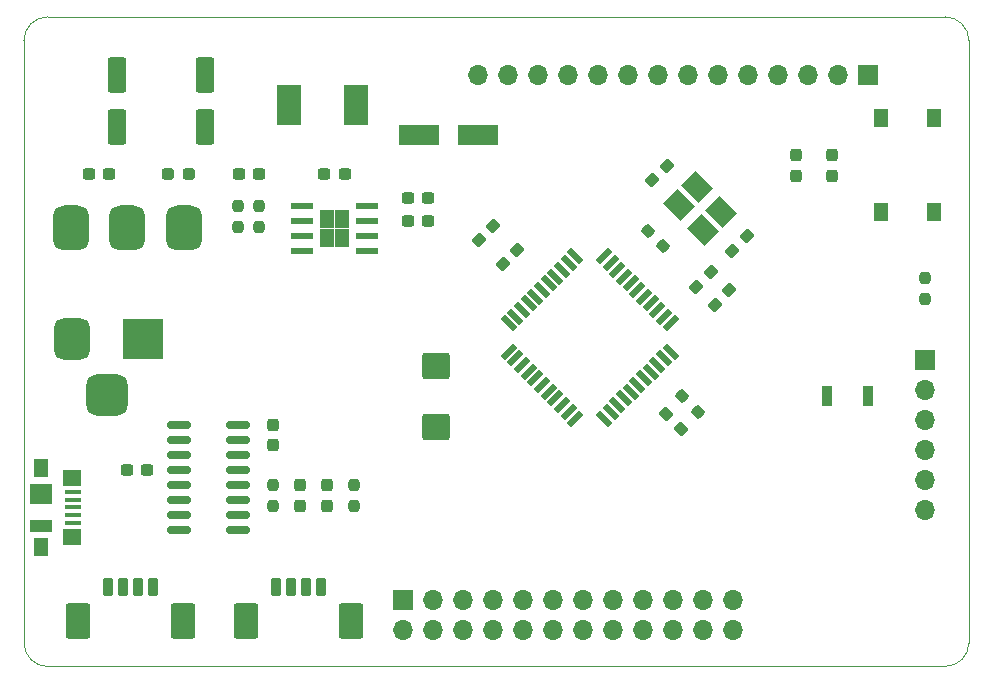
<source format=gbr>
%TF.GenerationSoftware,KiCad,Pcbnew,(5.99.0-10407-g1e8b23402c)*%
%TF.CreationDate,2021-04-27T17:36:10+08:00*%
%TF.ProjectId,PIC32MX150,50494333-324d-4583-9135-302e6b696361,rev?*%
%TF.SameCoordinates,Original*%
%TF.FileFunction,Soldermask,Top*%
%TF.FilePolarity,Negative*%
%FSLAX46Y46*%
G04 Gerber Fmt 4.6, Leading zero omitted, Abs format (unit mm)*
G04 Created by KiCad (PCBNEW (5.99.0-10407-g1e8b23402c)) date 2021-04-27 17:36:10*
%MOMM*%
%LPD*%
G01*
G04 APERTURE LIST*
G04 Aperture macros list*
%AMRoundRect*
0 Rectangle with rounded corners*
0 $1 Rounding radius*
0 $2 $3 $4 $5 $6 $7 $8 $9 X,Y pos of 4 corners*
0 Add a 4 corners polygon primitive as box body*
4,1,4,$2,$3,$4,$5,$6,$7,$8,$9,$2,$3,0*
0 Add four circle primitives for the rounded corners*
1,1,$1+$1,$2,$3*
1,1,$1+$1,$4,$5*
1,1,$1+$1,$6,$7*
1,1,$1+$1,$8,$9*
0 Add four rect primitives between the rounded corners*
20,1,$1+$1,$2,$3,$4,$5,0*
20,1,$1+$1,$4,$5,$6,$7,0*
20,1,$1+$1,$6,$7,$8,$9,0*
20,1,$1+$1,$8,$9,$2,$3,0*%
%AMRotRect*
0 Rectangle, with rotation*
0 The origin of the aperture is its center*
0 $1 length*
0 $2 width*
0 $3 Rotation angle, in degrees counterclockwise*
0 Add horizontal line*
21,1,$1,$2,0,0,$3*%
G04 Aperture macros list end*
%TA.AperFunction,Profile*%
%ADD10C,0.050000*%
%TD*%
%ADD11RoundRect,0.237500X-0.044194X-0.380070X0.380070X0.044194X0.044194X0.380070X-0.380070X-0.044194X0*%
%ADD12RoundRect,0.237500X-0.380070X0.044194X0.044194X-0.380070X0.380070X-0.044194X-0.044194X0.380070X0*%
%ADD13RoundRect,0.250000X0.925000X-0.875000X0.925000X0.875000X-0.925000X0.875000X-0.925000X-0.875000X0*%
%ADD14R,1.700000X1.700000*%
%ADD15O,1.700000X1.700000*%
%ADD16RoundRect,0.237500X-0.344715X0.008839X0.008839X-0.344715X0.344715X-0.008839X-0.008839X0.344715X0*%
%ADD17RotRect,1.500000X0.550000X45.000000*%
%ADD18RotRect,1.500000X0.550000X135.000000*%
%ADD19RoundRect,0.237500X0.300000X0.237500X-0.300000X0.237500X-0.300000X-0.237500X0.300000X-0.237500X0*%
%ADD20RoundRect,0.250000X0.550000X-1.250000X0.550000X1.250000X-0.550000X1.250000X-0.550000X-1.250000X0*%
%ADD21RoundRect,0.237500X-0.237500X0.250000X-0.237500X-0.250000X0.237500X-0.250000X0.237500X0.250000X0*%
%ADD22RoundRect,0.150000X-0.825000X-0.150000X0.825000X-0.150000X0.825000X0.150000X-0.825000X0.150000X0*%
%ADD23RoundRect,0.237500X0.044194X0.380070X-0.380070X-0.044194X-0.044194X-0.380070X0.380070X0.044194X0*%
%ADD24RoundRect,0.237500X0.344715X-0.008839X-0.008839X0.344715X-0.344715X0.008839X0.008839X-0.344715X0*%
%ADD25RotRect,2.100000X1.725000X315.000000*%
%ADD26RoundRect,0.237500X-0.300000X-0.237500X0.300000X-0.237500X0.300000X0.237500X-0.300000X0.237500X0*%
%ADD27R,2.000000X3.400000*%
%ADD28RoundRect,0.914400X-0.609600X-0.990600X0.609600X-0.990600X0.609600X0.990600X-0.609600X0.990600X0*%
%ADD29R,1.380000X0.450000*%
%ADD30R,1.550000X1.425000*%
%ADD31R,1.300000X1.650000*%
%ADD32R,1.900000X1.000000*%
%ADD33R,1.900000X1.800000*%
%ADD34R,3.500000X3.500000*%
%ADD35RoundRect,0.750000X-0.750000X-1.000000X0.750000X-1.000000X0.750000X1.000000X-0.750000X1.000000X0*%
%ADD36RoundRect,0.875000X-0.875000X-0.875000X0.875000X-0.875000X0.875000X0.875000X-0.875000X0.875000X0*%
%ADD37RoundRect,0.237500X0.237500X-0.250000X0.237500X0.250000X-0.237500X0.250000X-0.237500X-0.250000X0*%
%ADD38RoundRect,0.237500X0.237500X-0.300000X0.237500X0.300000X-0.237500X0.300000X-0.237500X-0.300000X0*%
%ADD39R,1.910000X0.610000*%
%ADD40R,1.205000X1.550000*%
%ADD41R,3.500000X1.800000*%
%ADD42RoundRect,0.237500X-0.287500X-0.237500X0.287500X-0.237500X0.287500X0.237500X-0.287500X0.237500X0*%
%ADD43RoundRect,0.237500X0.237500X-0.287500X0.237500X0.287500X-0.237500X0.287500X-0.237500X-0.287500X0*%
%ADD44R,0.900000X1.700000*%
%ADD45R,1.300000X1.550000*%
%ADD46RoundRect,0.200000X-0.200000X-0.600000X0.200000X-0.600000X0.200000X0.600000X-0.200000X0.600000X0*%
%ADD47RoundRect,0.250001X-0.799999X-1.249999X0.799999X-1.249999X0.799999X1.249999X-0.799999X1.249999X0*%
G04 APERTURE END LIST*
D10*
X118000000Y-40000000D02*
G75*
G02*
X120000000Y-42000000I0J-2000000D01*
G01*
X42000000Y-95000000D02*
G75*
G02*
X40000000Y-93000000I0J2000000D01*
G01*
X120000000Y-93000000D02*
G75*
G02*
X118000000Y-95000000I-2000000J0D01*
G01*
X42000000Y-95000000D02*
X118000000Y-95000000D01*
X40000000Y-42000000D02*
X40000000Y-93000000D01*
X40000000Y-42000000D02*
G75*
G02*
X42000000Y-40000000I2000000J0D01*
G01*
X118000000Y-40000000D02*
X42000000Y-40000000D01*
X120000000Y-93000000D02*
X120000000Y-42000000D01*
D11*
%TO.C,C1*%
X98488500Y-64389000D03*
X99708260Y-63169240D03*
%TD*%
D12*
%TO.C,C2*%
X94386120Y-73660000D03*
X95605880Y-74879760D03*
%TD*%
D11*
%TO.C,C4*%
X80532000Y-60927000D03*
X81751760Y-59707240D03*
%TD*%
D13*
%TO.C,C6*%
X74930000Y-74686000D03*
X74930000Y-69586000D03*
%TD*%
D14*
%TO.C,J1*%
X72136000Y-89408000D03*
D15*
X72136000Y-91948000D03*
X74676000Y-89408000D03*
X74676000Y-91948000D03*
X77216000Y-89408000D03*
X77216000Y-91948000D03*
X79756000Y-89408000D03*
X79756000Y-91948000D03*
X82296000Y-89408000D03*
X82296000Y-91948000D03*
X84836000Y-89408000D03*
X84836000Y-91948000D03*
X87376000Y-89408000D03*
X87376000Y-91948000D03*
X89916000Y-89408000D03*
X89916000Y-91948000D03*
X92456000Y-89408000D03*
X92456000Y-91948000D03*
X94996000Y-89408000D03*
X94996000Y-91948000D03*
X97536000Y-89408000D03*
X97536000Y-91948000D03*
X100076000Y-89408000D03*
X100076000Y-91948000D03*
%TD*%
D16*
%TO.C,R2*%
X95758000Y-72136000D03*
X97048470Y-73426470D03*
%TD*%
D17*
%TO.C,U1*%
X81039059Y-68352087D03*
X81604745Y-68917772D03*
X82170430Y-69483457D03*
X82736115Y-70049143D03*
X83301801Y-70614828D03*
X83867486Y-71180514D03*
X84433172Y-71746199D03*
X84998857Y-72311885D03*
X85564543Y-72877570D03*
X86130228Y-73443255D03*
X86695913Y-74008941D03*
D18*
X89100077Y-74008941D03*
X89665762Y-73443255D03*
X90231447Y-72877570D03*
X90797133Y-72311885D03*
X91362818Y-71746199D03*
X91928504Y-71180514D03*
X92494189Y-70614828D03*
X93059875Y-70049143D03*
X93625560Y-69483457D03*
X94191245Y-68917772D03*
X94756931Y-68352087D03*
D17*
X94756931Y-65947923D03*
X94191245Y-65382238D03*
X93625560Y-64816553D03*
X93059875Y-64250867D03*
X92494189Y-63685182D03*
X91928504Y-63119496D03*
X91362818Y-62553811D03*
X90797133Y-61988125D03*
X90231447Y-61422440D03*
X89665762Y-60856755D03*
X89100077Y-60291069D03*
D18*
X86695913Y-60291069D03*
X86130228Y-60856755D03*
X85564543Y-61422440D03*
X84998857Y-61988125D03*
X84433172Y-62553811D03*
X83867486Y-63119496D03*
X83301801Y-63685182D03*
X82736115Y-64250867D03*
X82170430Y-64816553D03*
X81604745Y-65382238D03*
X81039059Y-65947923D03*
%TD*%
D19*
%TO.C,C8*%
X47217500Y-53340000D03*
X45492500Y-53340000D03*
%TD*%
D20*
%TO.C,C9*%
X47880000Y-49358000D03*
X47880000Y-44958000D03*
%TD*%
D19*
%TO.C,C10*%
X67156500Y-53340000D03*
X65431500Y-53340000D03*
%TD*%
D20*
%TO.C,C11*%
X55372000Y-49358000D03*
X55372000Y-44958000D03*
%TD*%
D21*
%TO.C,R4*%
X58166000Y-55983500D03*
X58166000Y-57808500D03*
%TD*%
D22*
%TO.C,U3*%
X53151000Y-74549000D03*
X53151000Y-75819000D03*
X53151000Y-77089000D03*
X53151000Y-78359000D03*
X53151000Y-79629000D03*
X53151000Y-80899000D03*
X53151000Y-82169000D03*
X53151000Y-83439000D03*
X58101000Y-83439000D03*
X58101000Y-82169000D03*
X58101000Y-80899000D03*
X58101000Y-79629000D03*
X58101000Y-78359000D03*
X58101000Y-77089000D03*
X58101000Y-75819000D03*
X58101000Y-74549000D03*
%TD*%
D14*
%TO.C,J4*%
X116332000Y-69088000D03*
D15*
X116332000Y-71628000D03*
X116332000Y-74168000D03*
X116332000Y-76708000D03*
X116332000Y-79248000D03*
X116332000Y-81788000D03*
%TD*%
D11*
%TO.C,C13*%
X93218000Y-53848000D03*
X94437760Y-52628240D03*
%TD*%
D23*
%TO.C,C14*%
X101193880Y-58572120D03*
X99974120Y-59791880D03*
%TD*%
D24*
%TO.C,R5*%
X94121000Y-59403000D03*
X92830530Y-58112530D03*
%TD*%
D25*
%TO.C,Y1*%
X95438217Y-55971674D03*
X97488826Y-58022283D03*
X99026783Y-56484326D03*
X96976174Y-54433717D03*
%TD*%
D26*
%TO.C,C17*%
X58219000Y-53340000D03*
X59944000Y-53340000D03*
%TD*%
D27*
%TO.C,L1*%
X68128000Y-47498000D03*
X62428000Y-47498000D03*
%TD*%
D11*
%TO.C,C3*%
X78500000Y-58895000D03*
X79719760Y-57675240D03*
%TD*%
D14*
%TO.C,J5*%
X111506000Y-44958000D03*
D15*
X108966000Y-44958000D03*
X106426000Y-44958000D03*
X103886000Y-44958000D03*
X101346000Y-44958000D03*
X98806000Y-44958000D03*
X96266000Y-44958000D03*
X93726000Y-44958000D03*
X91186000Y-44958000D03*
X88646000Y-44958000D03*
X86106000Y-44958000D03*
X83566000Y-44958000D03*
X81026000Y-44958000D03*
X78486000Y-44958000D03*
%TD*%
D28*
%TO.C,SW2*%
X44005500Y-57912000D03*
X48768000Y-57912000D03*
X53530500Y-57912000D03*
%TD*%
D29*
%TO.C,J2*%
X44132000Y-80234000D03*
X44132000Y-80884000D03*
X44132000Y-81534000D03*
X44132000Y-82184000D03*
X44132000Y-82834000D03*
D30*
X44047000Y-84021500D03*
D31*
X41472000Y-78159000D03*
X41472000Y-84909000D03*
D32*
X41472000Y-83084000D03*
D30*
X44047000Y-79046500D03*
D33*
X41472000Y-80384000D03*
%TD*%
D34*
%TO.C,J3*%
X50069000Y-67310000D03*
D35*
X44069000Y-67310000D03*
D36*
X47069000Y-72010000D03*
%TD*%
D37*
%TO.C,R3*%
X59944000Y-57808500D03*
X59944000Y-55983500D03*
%TD*%
D38*
%TO.C,C18*%
X61087000Y-76274000D03*
X61087000Y-74549000D03*
%TD*%
D39*
%TO.C,U2*%
X63514000Y-56007000D03*
X63514000Y-57277000D03*
X63514000Y-58547000D03*
X63514000Y-59817000D03*
X69074000Y-59817000D03*
X69074000Y-58547000D03*
X69074000Y-57277000D03*
X69074000Y-56007000D03*
D40*
X65691500Y-57137000D03*
X65691500Y-58687000D03*
X66896500Y-57137000D03*
X66896500Y-58687000D03*
%TD*%
D19*
%TO.C,C12*%
X50419000Y-78359000D03*
X48694000Y-78359000D03*
%TD*%
D26*
%TO.C,C16*%
X72517000Y-55372000D03*
X74242000Y-55372000D03*
%TD*%
%TO.C,C15*%
X72517000Y-57276000D03*
X74242000Y-57276000D03*
%TD*%
D41*
%TO.C,D1*%
X73446000Y-50038000D03*
X78446000Y-50038000D03*
%TD*%
D42*
%TO.C,D4*%
X52211000Y-53340000D03*
X53961000Y-53340000D03*
%TD*%
D11*
%TO.C,C5*%
X96926120Y-62839880D03*
X98145880Y-61620120D03*
%TD*%
D37*
%TO.C,R10*%
X61087000Y-81430500D03*
X61087000Y-79605500D03*
%TD*%
%TO.C,R9*%
X67945000Y-81430500D03*
X67945000Y-79605500D03*
%TD*%
%TO.C,R11*%
X116332000Y-63904500D03*
X116332000Y-62079500D03*
%TD*%
D43*
%TO.C,D5*%
X65659000Y-81393000D03*
X65659000Y-79643000D03*
%TD*%
%TO.C,D6*%
X63373000Y-81393000D03*
X63373000Y-79643000D03*
%TD*%
%TO.C,D2*%
X108458000Y-53453000D03*
X108458000Y-51703000D03*
%TD*%
D44*
%TO.C,SW1*%
X108028000Y-72136000D03*
X111428000Y-72136000D03*
%TD*%
D45*
%TO.C,SW3*%
X112558000Y-56558000D03*
X112558000Y-48598000D03*
X117058000Y-56558000D03*
X117058000Y-48598000D03*
%TD*%
D46*
%TO.C,J6*%
X61371000Y-88278000D03*
X62621000Y-88278000D03*
X63871000Y-88278000D03*
X65121000Y-88278000D03*
D47*
X67671000Y-91178000D03*
X58821000Y-91178000D03*
%TD*%
D46*
%TO.C,J7*%
X47147000Y-88286000D03*
X48397000Y-88286000D03*
X49647000Y-88286000D03*
X50897000Y-88286000D03*
D47*
X53447000Y-91186000D03*
X44597000Y-91186000D03*
%TD*%
D43*
%TO.C,D3*%
X105410000Y-53453000D03*
X105410000Y-51703000D03*
%TD*%
M02*

</source>
